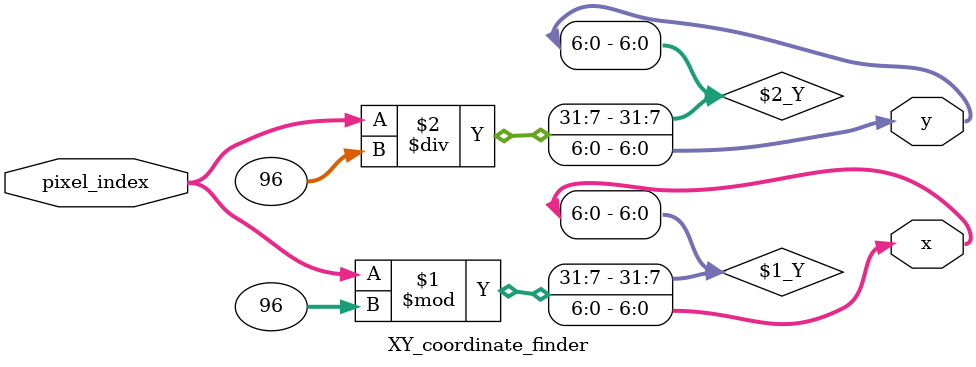
<source format=v>
`timescale 1ns / 1ps

module XY_coordinate_finder(
    input [12:0] pixel_index,
    output [6:0] x,
    output [6:0] y
    );
    
    assign x = (pixel_index % 96);
    assign y = (pixel_index / 96);
    
endmodule

</source>
